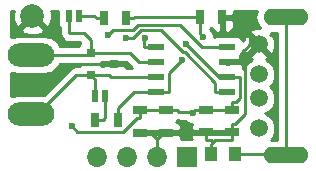
<source format=gbl>
G04 #@! TF.FileFunction,Copper,L2,Bot,Signal*
%FSLAX46Y46*%
G04 Gerber Fmt 4.6, Leading zero omitted, Abs format (unit mm)*
G04 Created by KiCad (PCBNEW (2016-04-04 BZR 6663, Git 30f5a7a)-product) date 13/07/2016 18:07:22*
%MOMM*%
G01*
G04 APERTURE LIST*
%ADD10C,0.100000*%
%ADD11O,3.962400X1.981200*%
%ADD12R,0.700000X1.300000*%
%ADD13R,1.300000X0.700000*%
%ADD14R,0.800100X0.800100*%
%ADD15R,1.450000X0.600000*%
%ADD16R,1.000000X1.250000*%
%ADD17C,1.501140*%
%ADD18O,3.800000X1.400000*%
%ADD19R,1.727200X1.700000*%
%ADD20O,1.727200X1.700000*%
%ADD21C,2.000000*%
%ADD22R,0.600000X1.000000*%
%ADD23C,0.600000*%
%ADD24C,0.250000*%
%ADD25C,0.254000*%
G04 APERTURE END LIST*
D10*
D11*
X142748000Y-96520000D03*
X142748000Y-101520000D03*
D12*
X158938000Y-93345000D03*
X157038000Y-93345000D03*
D13*
X159766000Y-101158000D03*
X159766000Y-103058000D03*
X154178000Y-101209000D03*
X154178000Y-103109000D03*
X157607000Y-101158000D03*
X157607000Y-103058000D03*
D12*
X148910000Y-93370400D03*
X150810000Y-93370400D03*
X150099000Y-102006000D03*
X148199000Y-102006000D03*
D14*
X147792440Y-98232000D03*
X147792440Y-96332000D03*
X149791420Y-97282000D03*
D15*
X159362000Y-95834200D03*
X159362000Y-97104200D03*
X159362000Y-98374200D03*
X159362000Y-99644200D03*
X153362000Y-99644200D03*
X153362000Y-98374200D03*
X153362000Y-97104200D03*
X153362000Y-95834200D03*
D13*
X151943000Y-101209000D03*
X151943000Y-103109000D03*
D16*
X158004000Y-104902000D03*
X160004000Y-104902000D03*
D17*
X162049880Y-102743860D03*
X162049880Y-100203860D03*
X162049880Y-98171860D03*
X162049880Y-95631860D03*
D18*
X164338000Y-105029000D03*
X164338000Y-93345000D03*
D19*
X155956000Y-105156000D03*
D20*
X153416000Y-105156000D03*
X150876000Y-105156000D03*
X148336000Y-105156000D03*
D21*
X142875000Y-93218000D03*
D22*
X146799500Y-93268800D03*
X145974000Y-93268800D03*
X149034500Y-99974400D03*
X148209000Y-99974400D03*
D23*
X144475200Y-98755200D03*
X155505000Y-96942500D03*
X157320500Y-95013300D03*
X146200900Y-102538200D03*
X155835500Y-95563600D03*
X156443100Y-101412700D03*
X152392100Y-95060200D03*
X150817100Y-95060200D03*
X149274800Y-94866600D03*
D24*
X145796000Y-97282000D02*
X144475200Y-98602800D01*
X144475200Y-98602800D02*
X144475200Y-98755200D01*
X149791420Y-97282000D02*
X145796000Y-97282000D01*
X158938000Y-93345000D02*
X159613300Y-93345000D01*
X162049900Y-95631900D02*
X161313800Y-95631900D01*
X160412300Y-96533400D02*
X161313800Y-95631900D01*
X160412300Y-97104200D02*
X160412300Y-96533400D01*
X161313800Y-95045500D02*
X159613300Y-93345000D01*
X161313800Y-95631900D02*
X161313800Y-95045500D01*
X151943000Y-103109000D02*
X152918300Y-103109000D01*
X158004000Y-104902000D02*
X158004000Y-104078800D01*
X159766000Y-103058000D02*
X159766000Y-103733300D01*
X159362000Y-97104200D02*
X160299700Y-97104200D01*
X160299700Y-97104200D02*
X160412300Y-97104200D01*
X160019200Y-102382700D02*
X159766000Y-102382700D01*
X160891300Y-101510600D02*
X160019200Y-102382700D01*
X160891300Y-97583200D02*
X160891300Y-101510600D01*
X160412300Y-97104200D02*
X160891300Y-97583200D01*
X159766000Y-103058000D02*
X159766000Y-102382700D01*
X153416000Y-105156000D02*
X153416000Y-104093300D01*
X153416000Y-104093300D02*
X153416000Y-103606700D01*
X153416000Y-103606700D02*
X152918300Y-103109000D01*
X153913700Y-103109000D02*
X154178000Y-103109000D01*
X153416000Y-103606700D02*
X153913700Y-103109000D01*
X156580700Y-103109000D02*
X156631700Y-103058000D01*
X154178000Y-103109000D02*
X156580700Y-103109000D01*
X157607000Y-103058000D02*
X156631700Y-103058000D01*
X158004000Y-104078800D02*
X158176800Y-103906000D01*
X158349500Y-103733300D02*
X159766000Y-103733300D01*
X158176800Y-103906000D02*
X158349500Y-103733300D01*
X158004100Y-103733300D02*
X157607000Y-103733300D01*
X158176800Y-103906000D02*
X158004100Y-103733300D01*
X157607000Y-103058000D02*
X157607000Y-103733300D01*
X150810000Y-93370400D02*
X151485300Y-93370400D01*
X156362700Y-93345000D02*
X151510700Y-93345000D01*
X151510700Y-93345000D02*
X151485300Y-93370400D01*
X157038000Y-93345000D02*
X156362700Y-93345000D01*
X150099000Y-102006000D02*
X150099000Y-101030700D01*
X151485500Y-99644200D02*
X153362000Y-99644200D01*
X150099000Y-101030700D02*
X151485500Y-99644200D01*
X157038000Y-94730800D02*
X157320500Y-95013300D01*
X157038000Y-93345000D02*
X157038000Y-94730800D01*
X153362000Y-99644200D02*
X154412300Y-99644200D01*
X154412300Y-98035200D02*
X155505000Y-96942500D01*
X154412300Y-99644200D02*
X154412300Y-98035200D01*
X151943000Y-101209000D02*
X154178000Y-101209000D01*
X146683300Y-103020600D02*
X146200900Y-102538200D01*
X150553400Y-103020600D02*
X146683300Y-103020600D01*
X151689700Y-101884300D02*
X150553400Y-103020600D01*
X151943000Y-101884300D02*
X151689700Y-101884300D01*
X151943000Y-101209000D02*
X151943000Y-101884300D01*
X158646100Y-98374200D02*
X155835500Y-95563600D01*
X159362000Y-98374200D02*
X158646100Y-98374200D01*
X159362000Y-98374200D02*
X160412300Y-98374200D01*
X157607000Y-101158000D02*
X159766000Y-101158000D01*
X160412300Y-100159600D02*
X160412300Y-98374200D01*
X160089200Y-100482700D02*
X160412300Y-100159600D01*
X159766000Y-100482700D02*
X160089200Y-100482700D01*
X159766000Y-101158000D02*
X159766000Y-100482700D01*
X157607000Y-101158000D02*
X156631700Y-101158000D01*
X154178000Y-101209000D02*
X155153300Y-101209000D01*
X156443100Y-101318400D02*
X156443100Y-101412700D01*
X156471300Y-101318400D02*
X156443100Y-101318400D01*
X156631700Y-101158000D02*
X156471300Y-101318400D01*
X155262700Y-101318400D02*
X155153300Y-101209000D01*
X156443100Y-101318400D02*
X155262700Y-101318400D01*
X152311700Y-95140600D02*
X152392100Y-95060200D01*
X152311700Y-95834200D02*
X152311700Y-95140600D01*
X153362000Y-95834200D02*
X152311700Y-95834200D01*
X151425200Y-95060200D02*
X150817100Y-95060200D01*
X152074400Y-94411000D02*
X151425200Y-95060200D01*
X153719600Y-94411000D02*
X152074400Y-94411000D01*
X155625700Y-96317100D02*
X153719600Y-94411000D01*
X155764100Y-96317100D02*
X155625700Y-96317100D01*
X158311700Y-98864700D02*
X155764100Y-96317100D01*
X158311700Y-99644200D02*
X158311700Y-98864700D01*
X159362000Y-99644200D02*
X158311700Y-99644200D01*
X149730500Y-94410900D02*
X149274800Y-94866600D01*
X151354900Y-94410900D02*
X149730500Y-94410900D01*
X151805200Y-93960600D02*
X151354900Y-94410900D01*
X155374100Y-93960600D02*
X151805200Y-93960600D01*
X157247700Y-95834200D02*
X155374100Y-93960600D01*
X159362000Y-95834200D02*
X157247700Y-95834200D01*
X160004000Y-104902000D02*
X160829300Y-104902000D01*
X164338000Y-104902000D02*
X160829300Y-104902000D01*
X164338000Y-93345000D02*
X164338000Y-104902000D01*
X164338000Y-104902000D02*
X164338000Y-105029000D01*
X148133100Y-93268800D02*
X148234700Y-93370400D01*
X148910000Y-93370400D02*
X148234700Y-93370400D01*
X146799500Y-93268800D02*
X148133100Y-93268800D01*
X147792440Y-96332000D02*
X147792440Y-95265240D01*
X145974000Y-94666000D02*
X145974000Y-93268800D01*
X145999200Y-94691200D02*
X145974000Y-94666000D01*
X147218400Y-94691200D02*
X145999200Y-94691200D01*
X147792440Y-95265240D02*
X147218400Y-94691200D01*
X147792440Y-96332000D02*
X150098800Y-96332000D01*
X151866600Y-97104200D02*
X153362000Y-97104200D01*
X151130000Y-96367600D02*
X151866600Y-97104200D01*
X150134400Y-96367600D02*
X151130000Y-96367600D01*
X150098800Y-96332000D02*
X150134400Y-96367600D01*
X142748000Y-96520000D02*
X147604440Y-96520000D01*
X147604440Y-96520000D02*
X147792440Y-96332000D01*
X149034500Y-101845800D02*
X148874300Y-102006000D01*
X149034500Y-99974400D02*
X149034500Y-101845800D01*
X148199000Y-102006000D02*
X148874300Y-102006000D01*
X148209000Y-99974400D02*
X148209000Y-98648560D01*
X148209000Y-98648560D02*
X147792440Y-98232000D01*
X147792440Y-98232000D02*
X149387600Y-98232000D01*
X149529800Y-98374200D02*
X153362000Y-98374200D01*
X149387600Y-98232000D02*
X149529800Y-98374200D01*
X142748000Y-101520000D02*
X143285200Y-101520000D01*
X143285200Y-101520000D02*
X146573200Y-98232000D01*
X146573200Y-98232000D02*
X147792440Y-98232000D01*
X142748000Y-101520000D02*
X144555200Y-101520000D01*
D25*
G36*
X153543000Y-105029000D02*
X153563000Y-105029000D01*
X153563000Y-105283000D01*
X153543000Y-105283000D01*
X153543000Y-105303000D01*
X153289000Y-105303000D01*
X153289000Y-105283000D01*
X153269000Y-105283000D01*
X153269000Y-105029000D01*
X153289000Y-105029000D01*
X153289000Y-105009000D01*
X153543000Y-105009000D01*
X153543000Y-105029000D01*
X153543000Y-105029000D01*
G37*
X153543000Y-105029000D02*
X153563000Y-105029000D01*
X153563000Y-105283000D01*
X153543000Y-105283000D01*
X153543000Y-105303000D01*
X153289000Y-105303000D01*
X153289000Y-105283000D01*
X153269000Y-105283000D01*
X153269000Y-105029000D01*
X153289000Y-105029000D01*
X153289000Y-105009000D01*
X153543000Y-105009000D01*
X153543000Y-105029000D01*
G36*
X158131000Y-104775000D02*
X158151000Y-104775000D01*
X158151000Y-105029000D01*
X158131000Y-105029000D01*
X158131000Y-105049000D01*
X157877000Y-105049000D01*
X157877000Y-105029000D01*
X157857000Y-105029000D01*
X157857000Y-104775000D01*
X157877000Y-104775000D01*
X157877000Y-104755000D01*
X158131000Y-104755000D01*
X158131000Y-104775000D01*
X158131000Y-104775000D01*
G37*
X158131000Y-104775000D02*
X158151000Y-104775000D01*
X158151000Y-105029000D01*
X158131000Y-105029000D01*
X158131000Y-105049000D01*
X157877000Y-105049000D01*
X157877000Y-105029000D01*
X157857000Y-105029000D01*
X157857000Y-104775000D01*
X157877000Y-104775000D01*
X157877000Y-104755000D01*
X158131000Y-104755000D01*
X158131000Y-104775000D01*
G36*
X161854957Y-92834118D02*
X161753336Y-93345000D01*
X161854957Y-93855882D01*
X162112500Y-94241323D01*
X161704342Y-94262055D01*
X161325615Y-94418929D01*
X161257555Y-94659930D01*
X162049880Y-95452255D01*
X162064023Y-95438113D01*
X162243628Y-95617718D01*
X162229485Y-95631860D01*
X163021810Y-96424185D01*
X163262811Y-96356125D01*
X163447647Y-95836826D01*
X163419685Y-95286322D01*
X163262811Y-94907595D01*
X163021812Y-94839536D01*
X163136865Y-94724483D01*
X163092382Y-94680000D01*
X163578000Y-94680000D01*
X163578000Y-103694000D01*
X163088336Y-103694000D01*
X163052055Y-103701217D01*
X163223824Y-103529747D01*
X163435209Y-103020676D01*
X163435690Y-102469462D01*
X163225194Y-101960023D01*
X162835767Y-101569916D01*
X162604499Y-101473885D01*
X162833717Y-101379174D01*
X163223824Y-100989747D01*
X163435209Y-100480676D01*
X163435690Y-99929462D01*
X163225194Y-99420023D01*
X162993373Y-99187797D01*
X163223824Y-98957747D01*
X163435209Y-98448676D01*
X163435690Y-97897462D01*
X163225194Y-97388023D01*
X162835767Y-96997916D01*
X162620384Y-96908481D01*
X162774145Y-96844791D01*
X162842205Y-96603790D01*
X162049880Y-95811465D01*
X161257555Y-96603790D01*
X161325615Y-96844791D01*
X161490920Y-96903629D01*
X161266043Y-96996546D01*
X160875936Y-97385973D01*
X160745416Y-97700300D01*
X160703139Y-97672052D01*
X160666398Y-97664744D01*
X160722000Y-97530510D01*
X160722000Y-97389950D01*
X160563250Y-97231200D01*
X159489000Y-97231200D01*
X159489000Y-97251200D01*
X159235000Y-97251200D01*
X159235000Y-97231200D01*
X159215000Y-97231200D01*
X159215000Y-96977200D01*
X159235000Y-96977200D01*
X159235000Y-96957200D01*
X159489000Y-96957200D01*
X159489000Y-96977200D01*
X160563250Y-96977200D01*
X160722000Y-96818450D01*
X160722000Y-96677890D01*
X160632194Y-96461078D01*
X160683431Y-96386090D01*
X160734440Y-96134200D01*
X160734440Y-96108647D01*
X160836949Y-96356125D01*
X161077950Y-96424185D01*
X161870275Y-95631860D01*
X161077950Y-94839535D01*
X160836949Y-94907595D01*
X160692761Y-95312694D01*
X160690162Y-95298883D01*
X160551090Y-95082759D01*
X160338890Y-94937769D01*
X160087000Y-94886760D01*
X158637000Y-94886760D01*
X158401683Y-94931038D01*
X158255490Y-95025110D01*
X158255662Y-94828133D01*
X158113617Y-94484357D01*
X157940600Y-94311038D01*
X157984431Y-94246890D01*
X157991191Y-94213510D01*
X158049673Y-94354699D01*
X158228302Y-94533327D01*
X158461691Y-94630000D01*
X158652250Y-94630000D01*
X158811000Y-94471250D01*
X158811000Y-93472000D01*
X159065000Y-93472000D01*
X159065000Y-94471250D01*
X159223750Y-94630000D01*
X159414309Y-94630000D01*
X159647698Y-94533327D01*
X159826327Y-94354699D01*
X159923000Y-94121310D01*
X159923000Y-93630750D01*
X159764250Y-93472000D01*
X159065000Y-93472000D01*
X158811000Y-93472000D01*
X158791000Y-93472000D01*
X158791000Y-93218000D01*
X158811000Y-93218000D01*
X158811000Y-93198000D01*
X159065000Y-93198000D01*
X159065000Y-93218000D01*
X159764250Y-93218000D01*
X159923000Y-93059250D01*
X159923000Y-92785000D01*
X161887776Y-92785000D01*
X161854957Y-92834118D01*
X161854957Y-92834118D01*
G37*
X161854957Y-92834118D02*
X161753336Y-93345000D01*
X161854957Y-93855882D01*
X162112500Y-94241323D01*
X161704342Y-94262055D01*
X161325615Y-94418929D01*
X161257555Y-94659930D01*
X162049880Y-95452255D01*
X162064023Y-95438113D01*
X162243628Y-95617718D01*
X162229485Y-95631860D01*
X163021810Y-96424185D01*
X163262811Y-96356125D01*
X163447647Y-95836826D01*
X163419685Y-95286322D01*
X163262811Y-94907595D01*
X163021812Y-94839536D01*
X163136865Y-94724483D01*
X163092382Y-94680000D01*
X163578000Y-94680000D01*
X163578000Y-103694000D01*
X163088336Y-103694000D01*
X163052055Y-103701217D01*
X163223824Y-103529747D01*
X163435209Y-103020676D01*
X163435690Y-102469462D01*
X163225194Y-101960023D01*
X162835767Y-101569916D01*
X162604499Y-101473885D01*
X162833717Y-101379174D01*
X163223824Y-100989747D01*
X163435209Y-100480676D01*
X163435690Y-99929462D01*
X163225194Y-99420023D01*
X162993373Y-99187797D01*
X163223824Y-98957747D01*
X163435209Y-98448676D01*
X163435690Y-97897462D01*
X163225194Y-97388023D01*
X162835767Y-96997916D01*
X162620384Y-96908481D01*
X162774145Y-96844791D01*
X162842205Y-96603790D01*
X162049880Y-95811465D01*
X161257555Y-96603790D01*
X161325615Y-96844791D01*
X161490920Y-96903629D01*
X161266043Y-96996546D01*
X160875936Y-97385973D01*
X160745416Y-97700300D01*
X160703139Y-97672052D01*
X160666398Y-97664744D01*
X160722000Y-97530510D01*
X160722000Y-97389950D01*
X160563250Y-97231200D01*
X159489000Y-97231200D01*
X159489000Y-97251200D01*
X159235000Y-97251200D01*
X159235000Y-97231200D01*
X159215000Y-97231200D01*
X159215000Y-96977200D01*
X159235000Y-96977200D01*
X159235000Y-96957200D01*
X159489000Y-96957200D01*
X159489000Y-96977200D01*
X160563250Y-96977200D01*
X160722000Y-96818450D01*
X160722000Y-96677890D01*
X160632194Y-96461078D01*
X160683431Y-96386090D01*
X160734440Y-96134200D01*
X160734440Y-96108647D01*
X160836949Y-96356125D01*
X161077950Y-96424185D01*
X161870275Y-95631860D01*
X161077950Y-94839535D01*
X160836949Y-94907595D01*
X160692761Y-95312694D01*
X160690162Y-95298883D01*
X160551090Y-95082759D01*
X160338890Y-94937769D01*
X160087000Y-94886760D01*
X158637000Y-94886760D01*
X158401683Y-94931038D01*
X158255490Y-95025110D01*
X158255662Y-94828133D01*
X158113617Y-94484357D01*
X157940600Y-94311038D01*
X157984431Y-94246890D01*
X157991191Y-94213510D01*
X158049673Y-94354699D01*
X158228302Y-94533327D01*
X158461691Y-94630000D01*
X158652250Y-94630000D01*
X158811000Y-94471250D01*
X158811000Y-93472000D01*
X159065000Y-93472000D01*
X159065000Y-94471250D01*
X159223750Y-94630000D01*
X159414309Y-94630000D01*
X159647698Y-94533327D01*
X159826327Y-94354699D01*
X159923000Y-94121310D01*
X159923000Y-93630750D01*
X159764250Y-93472000D01*
X159065000Y-93472000D01*
X158811000Y-93472000D01*
X158791000Y-93472000D01*
X158791000Y-93218000D01*
X158811000Y-93218000D01*
X158811000Y-93198000D01*
X159065000Y-93198000D01*
X159065000Y-93218000D01*
X159764250Y-93218000D01*
X159923000Y-93059250D01*
X159923000Y-92785000D01*
X161887776Y-92785000D01*
X161854957Y-92834118D01*
G36*
X155262700Y-102078400D02*
X155786502Y-102078400D01*
X155912773Y-102204892D01*
X156256301Y-102347538D01*
X156419295Y-102347680D01*
X156418673Y-102348302D01*
X156322000Y-102581691D01*
X156322000Y-102772250D01*
X156480750Y-102931000D01*
X157480000Y-102931000D01*
X157480000Y-102911000D01*
X157734000Y-102911000D01*
X157734000Y-102931000D01*
X159639000Y-102931000D01*
X159639000Y-102911000D01*
X159893000Y-102911000D01*
X159893000Y-102931000D01*
X159913000Y-102931000D01*
X159913000Y-103185000D01*
X159893000Y-103185000D01*
X159893000Y-103205000D01*
X159639000Y-103205000D01*
X159639000Y-103185000D01*
X157734000Y-103185000D01*
X157734000Y-103205000D01*
X157480000Y-103205000D01*
X157480000Y-103185000D01*
X156480750Y-103185000D01*
X156322000Y-103343750D01*
X156322000Y-103534309D01*
X156373467Y-103658560D01*
X155432658Y-103658560D01*
X155463000Y-103585309D01*
X155463000Y-103394750D01*
X155304250Y-103236000D01*
X154305000Y-103236000D01*
X154305000Y-103256000D01*
X154051000Y-103256000D01*
X154051000Y-103236000D01*
X152070000Y-103236000D01*
X152070000Y-103256000D01*
X151816000Y-103256000D01*
X151816000Y-103236000D01*
X151796000Y-103236000D01*
X151796000Y-102982000D01*
X151816000Y-102982000D01*
X151816000Y-102962000D01*
X152070000Y-102962000D01*
X152070000Y-102982000D01*
X154051000Y-102982000D01*
X154051000Y-102962000D01*
X154305000Y-102962000D01*
X154305000Y-102982000D01*
X155304250Y-102982000D01*
X155463000Y-102823250D01*
X155463000Y-102632691D01*
X155366327Y-102399302D01*
X155187699Y-102220673D01*
X155051713Y-102164346D01*
X155063317Y-102162162D01*
X155209830Y-102067883D01*
X155262700Y-102078400D01*
X155262700Y-102078400D01*
G37*
X155262700Y-102078400D02*
X155786502Y-102078400D01*
X155912773Y-102204892D01*
X156256301Y-102347538D01*
X156419295Y-102347680D01*
X156418673Y-102348302D01*
X156322000Y-102581691D01*
X156322000Y-102772250D01*
X156480750Y-102931000D01*
X157480000Y-102931000D01*
X157480000Y-102911000D01*
X157734000Y-102911000D01*
X157734000Y-102931000D01*
X159639000Y-102931000D01*
X159639000Y-102911000D01*
X159893000Y-102911000D01*
X159893000Y-102931000D01*
X159913000Y-102931000D01*
X159913000Y-103185000D01*
X159893000Y-103185000D01*
X159893000Y-103205000D01*
X159639000Y-103205000D01*
X159639000Y-103185000D01*
X157734000Y-103185000D01*
X157734000Y-103205000D01*
X157480000Y-103205000D01*
X157480000Y-103185000D01*
X156480750Y-103185000D01*
X156322000Y-103343750D01*
X156322000Y-103534309D01*
X156373467Y-103658560D01*
X155432658Y-103658560D01*
X155463000Y-103585309D01*
X155463000Y-103394750D01*
X155304250Y-103236000D01*
X154305000Y-103236000D01*
X154305000Y-103256000D01*
X154051000Y-103256000D01*
X154051000Y-103236000D01*
X152070000Y-103236000D01*
X152070000Y-103256000D01*
X151816000Y-103256000D01*
X151816000Y-103236000D01*
X151796000Y-103236000D01*
X151796000Y-102982000D01*
X151816000Y-102982000D01*
X151816000Y-102962000D01*
X152070000Y-102962000D01*
X152070000Y-102982000D01*
X154051000Y-102982000D01*
X154051000Y-102962000D01*
X154305000Y-102962000D01*
X154305000Y-102982000D01*
X155304250Y-102982000D01*
X155463000Y-102823250D01*
X155463000Y-102632691D01*
X155366327Y-102399302D01*
X155187699Y-102220673D01*
X155051713Y-102164346D01*
X155063317Y-102162162D01*
X155209830Y-102067883D01*
X155262700Y-102078400D01*
G36*
X147073397Y-97282632D02*
X146940949Y-97367860D01*
X146869793Y-97472000D01*
X146573200Y-97472000D01*
X146282360Y-97529852D01*
X146035799Y-97694599D01*
X143828342Y-99902056D01*
X143789854Y-99894400D01*
X141706146Y-99894400D01*
X141102000Y-100014572D01*
X141102000Y-98025428D01*
X141706146Y-98145600D01*
X143789854Y-98145600D01*
X144411944Y-98021859D01*
X144939327Y-97669473D01*
X145199564Y-97280000D01*
X147069546Y-97280000D01*
X147073397Y-97282632D01*
X147073397Y-97282632D01*
G37*
X147073397Y-97282632D02*
X146940949Y-97367860D01*
X146869793Y-97472000D01*
X146573200Y-97472000D01*
X146282360Y-97529852D01*
X146035799Y-97694599D01*
X143828342Y-99902056D01*
X143789854Y-99894400D01*
X141706146Y-99894400D01*
X141102000Y-100014572D01*
X141102000Y-98025428D01*
X141706146Y-98145600D01*
X143789854Y-98145600D01*
X144411944Y-98021859D01*
X144939327Y-97669473D01*
X145199564Y-97280000D01*
X147069546Y-97280000D01*
X147073397Y-97282632D01*
G36*
X148915120Y-97155000D02*
X149664420Y-97155000D01*
X149664420Y-97135000D01*
X149918420Y-97135000D01*
X149918420Y-97155000D01*
X150667720Y-97155000D01*
X150695120Y-97127600D01*
X150815198Y-97127600D01*
X151301798Y-97614200D01*
X150826470Y-97614200D01*
X150826470Y-97567750D01*
X150667720Y-97409000D01*
X149918420Y-97409000D01*
X149918420Y-97429000D01*
X149664420Y-97429000D01*
X149664420Y-97409000D01*
X148915120Y-97409000D01*
X148852120Y-97472000D01*
X148715453Y-97472000D01*
X148656580Y-97380509D01*
X148511483Y-97281368D01*
X148643931Y-97196140D01*
X148715087Y-97092000D01*
X148852120Y-97092000D01*
X148915120Y-97155000D01*
X148915120Y-97155000D01*
G37*
X148915120Y-97155000D02*
X149664420Y-97155000D01*
X149664420Y-97135000D01*
X149918420Y-97135000D01*
X149918420Y-97155000D01*
X150667720Y-97155000D01*
X150695120Y-97127600D01*
X150815198Y-97127600D01*
X151301798Y-97614200D01*
X150826470Y-97614200D01*
X150826470Y-97567750D01*
X150667720Y-97409000D01*
X149918420Y-97409000D01*
X149918420Y-97429000D01*
X149664420Y-97429000D01*
X149664420Y-97409000D01*
X148915120Y-97409000D01*
X148852120Y-97472000D01*
X148715453Y-97472000D01*
X148656580Y-97380509D01*
X148511483Y-97281368D01*
X148643931Y-97196140D01*
X148715087Y-97092000D01*
X148852120Y-97092000D01*
X148915120Y-97155000D01*
G36*
X141229092Y-92953461D02*
X141253144Y-93603460D01*
X141455613Y-94092264D01*
X141722468Y-94190927D01*
X142695395Y-93218000D01*
X142681253Y-93203858D01*
X142860858Y-93024253D01*
X142875000Y-93038395D01*
X142889143Y-93024253D01*
X143068748Y-93203858D01*
X143054605Y-93218000D01*
X144027532Y-94190927D01*
X144294387Y-94092264D01*
X144520908Y-93482539D01*
X144496856Y-92832540D01*
X144477164Y-92785000D01*
X145026560Y-92785000D01*
X145026560Y-93768800D01*
X145070838Y-94004117D01*
X145209910Y-94220241D01*
X145214000Y-94223036D01*
X145214000Y-94666000D01*
X145271852Y-94956839D01*
X145436599Y-95203401D01*
X145461799Y-95228601D01*
X145708360Y-95393348D01*
X145999200Y-95451200D01*
X146903598Y-95451200D01*
X146932550Y-95480152D01*
X146795959Y-95680060D01*
X146779771Y-95760000D01*
X145199564Y-95760000D01*
X144939327Y-95370527D01*
X144411944Y-95018141D01*
X143789854Y-94894400D01*
X141706146Y-94894400D01*
X141102000Y-95014572D01*
X141102000Y-94370532D01*
X141902073Y-94370532D01*
X142000736Y-94637387D01*
X142610461Y-94863908D01*
X143260460Y-94839856D01*
X143749264Y-94637387D01*
X143847927Y-94370532D01*
X142875000Y-93397605D01*
X141902073Y-94370532D01*
X141102000Y-94370532D01*
X141102000Y-92785000D01*
X141291678Y-92785000D01*
X141229092Y-92953461D01*
X141229092Y-92953461D01*
G37*
X141229092Y-92953461D02*
X141253144Y-93603460D01*
X141455613Y-94092264D01*
X141722468Y-94190927D01*
X142695395Y-93218000D01*
X142681253Y-93203858D01*
X142860858Y-93024253D01*
X142875000Y-93038395D01*
X142889143Y-93024253D01*
X143068748Y-93203858D01*
X143054605Y-93218000D01*
X144027532Y-94190927D01*
X144294387Y-94092264D01*
X144520908Y-93482539D01*
X144496856Y-92832540D01*
X144477164Y-92785000D01*
X145026560Y-92785000D01*
X145026560Y-93768800D01*
X145070838Y-94004117D01*
X145209910Y-94220241D01*
X145214000Y-94223036D01*
X145214000Y-94666000D01*
X145271852Y-94956839D01*
X145436599Y-95203401D01*
X145461799Y-95228601D01*
X145708360Y-95393348D01*
X145999200Y-95451200D01*
X146903598Y-95451200D01*
X146932550Y-95480152D01*
X146795959Y-95680060D01*
X146779771Y-95760000D01*
X145199564Y-95760000D01*
X144939327Y-95370527D01*
X144411944Y-95018141D01*
X143789854Y-94894400D01*
X141706146Y-94894400D01*
X141102000Y-95014572D01*
X141102000Y-94370532D01*
X141902073Y-94370532D01*
X142000736Y-94637387D01*
X142610461Y-94863908D01*
X143260460Y-94839856D01*
X143749264Y-94637387D01*
X143847927Y-94370532D01*
X142875000Y-93397605D01*
X141902073Y-94370532D01*
X141102000Y-94370532D01*
X141102000Y-92785000D01*
X141291678Y-92785000D01*
X141229092Y-92953461D01*
M02*

</source>
